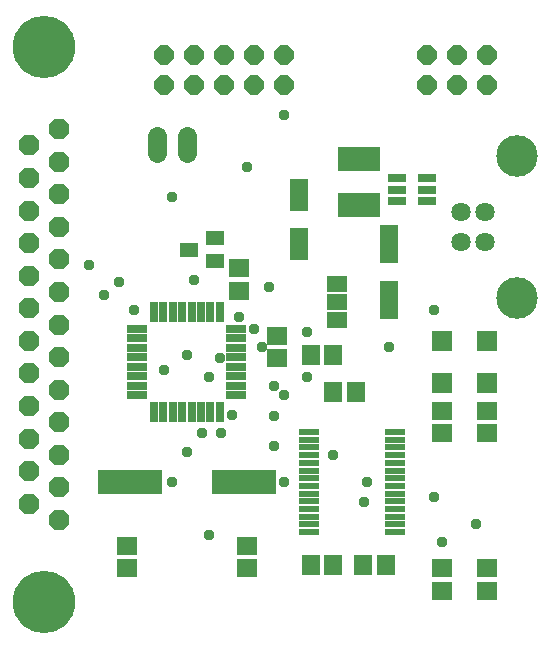
<source format=gbr>
G04 EAGLE Gerber RS-274X export*
G75*
%MOMM*%
%FSLAX34Y34*%
%LPD*%
%INSoldermask Top*%
%IPPOS*%
%AMOC8*
5,1,8,0,0,1.08239X$1,22.5*%
G01*
%ADD10R,1.703200X1.503200*%
%ADD11R,1.703200X0.603200*%
%ADD12R,5.537200X2.133600*%
%ADD13P,1.869504X8X292.500000*%
%ADD14C,5.283200*%
%ADD15R,1.703200X0.753200*%
%ADD16R,0.753200X1.703200*%
%ADD17R,1.503200X1.703200*%
%ADD18R,1.603200X3.203200*%
%ADD19R,1.603200X2.803200*%
%ADD20R,1.803400X1.371600*%
%ADD21C,1.625600*%
%ADD22R,1.603200X1.203200*%
%ADD23P,1.759533X8X22.500000*%
%ADD24R,1.703200X1.703200*%
%ADD25R,3.603200X2.103200*%
%ADD26R,1.524000X0.762000*%
%ADD27C,3.519200*%
%ADD28C,1.631200*%
%ADD29C,0.959600*%


D10*
X292100Y66700D03*
X292100Y85700D03*
X190500Y66700D03*
X190500Y85700D03*
D11*
X344750Y181950D03*
X344750Y175450D03*
X344750Y168950D03*
X344750Y162450D03*
X344750Y155950D03*
X344750Y149450D03*
X344750Y142950D03*
X344750Y136450D03*
X344750Y129950D03*
X344750Y123450D03*
X344750Y116950D03*
X344750Y110450D03*
X344750Y103950D03*
X344750Y97450D03*
X417250Y97450D03*
X417250Y103950D03*
X417250Y110450D03*
X417250Y116950D03*
X417250Y123450D03*
X417250Y129950D03*
X417250Y136450D03*
X417250Y142950D03*
X417250Y149450D03*
X417250Y155950D03*
X417250Y162450D03*
X417250Y168950D03*
X417250Y175450D03*
X417250Y181950D03*
D12*
X193040Y139700D03*
X289560Y139700D03*
D13*
X133350Y107442D03*
X133350Y135128D03*
X133350Y162560D03*
X133350Y190246D03*
X133350Y217932D03*
X133350Y245364D03*
X133350Y273050D03*
X133350Y300736D03*
X133350Y328168D03*
X133350Y355854D03*
X133350Y383540D03*
X133350Y410972D03*
X133350Y438658D03*
X107950Y121158D03*
X107950Y148844D03*
X107950Y176530D03*
X107950Y203962D03*
X107950Y231648D03*
X107950Y259334D03*
X107950Y286766D03*
X107950Y314452D03*
X107950Y342138D03*
X107950Y369570D03*
X107950Y397256D03*
X107950Y424942D03*
D14*
X120650Y508254D03*
X120650Y37846D03*
D15*
X283300Y213300D03*
X283300Y221300D03*
X283300Y229300D03*
X283300Y237300D03*
X283300Y245300D03*
X283300Y253300D03*
X283300Y261300D03*
X283300Y269300D03*
D16*
X269300Y283300D03*
X261300Y283300D03*
X253300Y283300D03*
X245300Y283300D03*
X237300Y283300D03*
X229300Y283300D03*
X221300Y283300D03*
X213300Y283300D03*
D15*
X199300Y269300D03*
X199300Y261300D03*
X199300Y253300D03*
X199300Y245300D03*
X199300Y237300D03*
X199300Y229300D03*
X199300Y221300D03*
X199300Y213300D03*
D16*
X213300Y199300D03*
X221300Y199300D03*
X229300Y199300D03*
X237300Y199300D03*
X245300Y199300D03*
X253300Y199300D03*
X261300Y199300D03*
X269300Y199300D03*
D17*
X365150Y215900D03*
X384150Y215900D03*
D10*
X317500Y244500D03*
X317500Y263500D03*
D18*
X412750Y341500D03*
X412750Y293500D03*
D19*
X336550Y382450D03*
X336550Y341450D03*
D20*
X368300Y276860D03*
X368300Y292100D03*
X368300Y307340D03*
D21*
X241300Y418338D02*
X241300Y432562D01*
X215900Y432562D02*
X215900Y418338D01*
D17*
X346100Y247650D03*
X365100Y247650D03*
D22*
X243000Y336550D03*
X265000Y346050D03*
X265000Y327050D03*
D10*
X285750Y301650D03*
X285750Y320650D03*
D23*
X444500Y476250D03*
X444500Y501650D03*
X469900Y476250D03*
X469900Y501650D03*
X495300Y476250D03*
X495300Y501650D03*
X222250Y476250D03*
X222250Y501650D03*
X247650Y476250D03*
X247650Y501650D03*
X273050Y476250D03*
X273050Y501650D03*
X298450Y476250D03*
X298450Y501650D03*
X323850Y476250D03*
X323850Y501650D03*
D17*
X409550Y69850D03*
X390550Y69850D03*
D24*
X457200Y223800D03*
X457200Y258800D03*
X495300Y223800D03*
X495300Y258800D03*
D10*
X457200Y200000D03*
X457200Y181000D03*
X495300Y200000D03*
X495300Y181000D03*
D25*
X387350Y413200D03*
X387350Y374200D03*
D26*
X444500Y377952D03*
X444500Y387350D03*
X444500Y396748D03*
X419100Y396748D03*
X419100Y387350D03*
X419100Y377952D03*
D10*
X495300Y66650D03*
X495300Y47650D03*
X457200Y66650D03*
X457200Y47650D03*
D17*
X346100Y69850D03*
X365100Y69850D03*
D27*
X520700Y295400D03*
X520700Y415800D03*
D28*
X473600Y343100D03*
X493600Y343100D03*
X473600Y368100D03*
X493600Y368100D03*
D29*
X222250Y234950D03*
X260350Y228600D03*
X279400Y196850D03*
X311150Y304800D03*
X247650Y311150D03*
X260350Y95250D03*
X241300Y165100D03*
X342900Y266700D03*
X228600Y381000D03*
X292100Y406400D03*
X342900Y228600D03*
X412750Y254000D03*
X450850Y285750D03*
X450850Y127000D03*
X269240Y245110D03*
X314960Y220980D03*
X314960Y195580D03*
X314960Y170180D03*
X323850Y450850D03*
X196850Y285750D03*
X171450Y298450D03*
X158750Y323850D03*
X184150Y309118D03*
X241300Y247650D03*
X285750Y279400D03*
X457200Y88900D03*
X486410Y104140D03*
X228600Y139700D03*
X298450Y269240D03*
X365000Y162560D03*
X393700Y139700D03*
X323850Y139700D03*
X304800Y254000D03*
X254000Y181610D03*
X270510Y181610D03*
X391160Y123190D03*
X323370Y213360D03*
M02*

</source>
